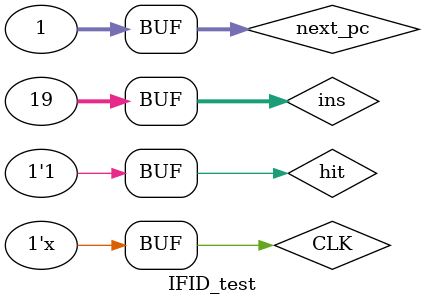
<source format=v>
`timescale 1ns / 1ps



module IFID_test;

	// Inputs
	reg CLK;
	reg [31:0] next_pc;
	reg [31:0] ins;
	reg hit;

	// Outputs
	wire [31:0] ins_out;
	wire [31:0] next_pc_out;

	// Instantiate the Unit Under Test (UUT)
	IF_ID uut (
		.CLK(CLK), 
		.next_pc(next_pc), 
		.ins(ins), 
		.hit(hit), 
		.ins_out(ins_out), 
		.next_pc_out(next_pc_out)
	);
	always #20 CLK = ~CLK;
	initial begin
		// Initialize Inputs
		CLK = 0;
		next_pc = 0;
		ins = 0;
		hit = 0;


		#100;

		next_pc = 1;
		ins = 32'b01011;
		hit = 0;


		#100;	
		next_pc = 0;
		ins = 32'b01110011;
		hit = 1;


		#100;		
		next_pc = 1;
		ins = 32'b00010011;
		hit = 1;


		#100;		



	end
      
endmodule


</source>
